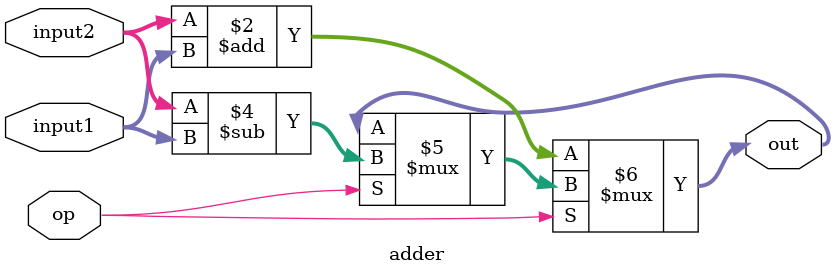
<source format=v>
module adder(
	input [39:0] input1,input2,
    input op,
    output [39:0] out
    );
		assign out = (op == 1'b0) ? (input2 + input1) : ((op == 1'b1) ? (input2 - input1) : out);
		
endmodule

</source>
